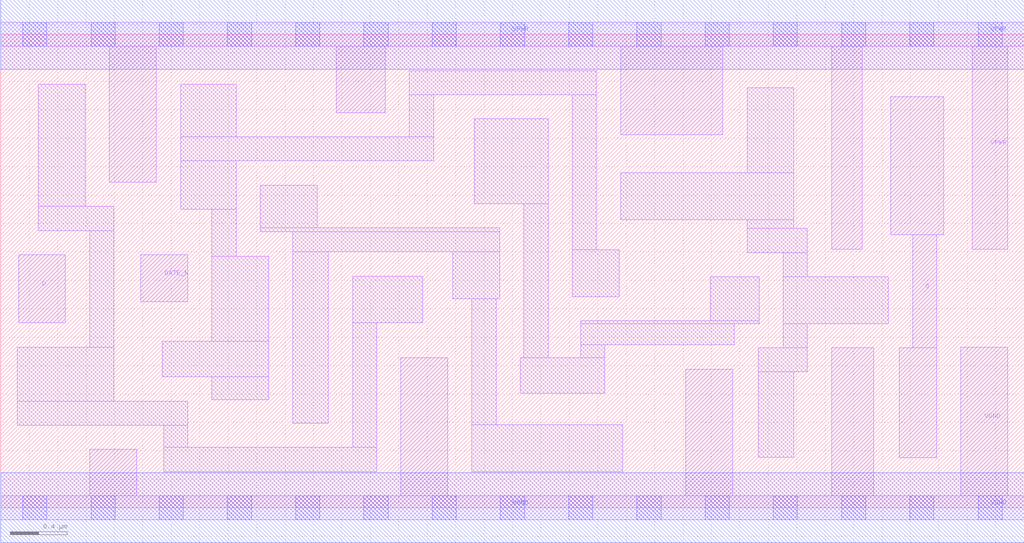
<source format=lef>
# Copyright 2020 The SkyWater PDK Authors
#
# Licensed under the Apache License, Version 2.0 (the "License");
# you may not use this file except in compliance with the License.
# You may obtain a copy of the License at
#
#     https://www.apache.org/licenses/LICENSE-2.0
#
# Unless required by applicable law or agreed to in writing, software
# distributed under the License is distributed on an "AS IS" BASIS,
# WITHOUT WARRANTIES OR CONDITIONS OF ANY KIND, either express or implied.
# See the License for the specific language governing permissions and
# limitations under the License.
#
# SPDX-License-Identifier: Apache-2.0

VERSION 5.7 ;
  NAMESCASESENSITIVE ON ;
  NOWIREEXTENSIONATPIN ON ;
  DIVIDERCHAR "/" ;
  BUSBITCHARS "[]" ;
UNITS
  DATABASE MICRONS 200 ;
END UNITS
MACRO sky130_fd_sc_hs__dlxtn_2
  CLASS CORE ;
  SOURCE USER ;
  FOREIGN sky130_fd_sc_hs__dlxtn_2 ;
  ORIGIN  0.000000  0.000000 ;
  SIZE  7.200000 BY  3.330000 ;
  SYMMETRY X Y ;
  SITE unit ;
  PIN D
    ANTENNAGATEAREA  0.208500 ;
    DIRECTION INPUT ;
    USE SIGNAL ;
    PORT
      LAYER li1 ;
        RECT 0.125000 1.300000 0.455000 1.780000 ;
    END
  END D
  PIN Q
    ANTENNADIFFAREA  0.638000 ;
    DIRECTION OUTPUT ;
    USE SIGNAL ;
    PORT
      LAYER li1 ;
        RECT 6.260000 1.920000 6.635000 2.890000 ;
        RECT 6.320000 0.350000 6.585000 1.125000 ;
        RECT 6.415000 1.125000 6.585000 1.920000 ;
    END
  END Q
  PIN GATE_N
    ANTENNAGATEAREA  0.237000 ;
    DIRECTION INPUT ;
    USE CLOCK ;
    PORT
      LAYER li1 ;
        RECT 0.985000 1.450000 1.315000 1.780000 ;
    END
  END GATE_N
  PIN VGND
    DIRECTION INOUT ;
    USE GROUND ;
    PORT
      LAYER li1 ;
        RECT 0.000000 -0.085000 7.200000 0.085000 ;
        RECT 0.625000  0.085000 0.955000 0.410000 ;
        RECT 2.815000  0.085000 3.145000 1.055000 ;
        RECT 4.820000  0.085000 5.150000 0.975000 ;
        RECT 5.845000  0.085000 6.140000 1.125000 ;
        RECT 6.755000  0.085000 7.085000 1.130000 ;
      LAYER mcon ;
        RECT 0.155000 -0.085000 0.325000 0.085000 ;
        RECT 0.635000 -0.085000 0.805000 0.085000 ;
        RECT 1.115000 -0.085000 1.285000 0.085000 ;
        RECT 1.595000 -0.085000 1.765000 0.085000 ;
        RECT 2.075000 -0.085000 2.245000 0.085000 ;
        RECT 2.555000 -0.085000 2.725000 0.085000 ;
        RECT 3.035000 -0.085000 3.205000 0.085000 ;
        RECT 3.515000 -0.085000 3.685000 0.085000 ;
        RECT 3.995000 -0.085000 4.165000 0.085000 ;
        RECT 4.475000 -0.085000 4.645000 0.085000 ;
        RECT 4.955000 -0.085000 5.125000 0.085000 ;
        RECT 5.435000 -0.085000 5.605000 0.085000 ;
        RECT 5.915000 -0.085000 6.085000 0.085000 ;
        RECT 6.395000 -0.085000 6.565000 0.085000 ;
        RECT 6.875000 -0.085000 7.045000 0.085000 ;
      LAYER met1 ;
        RECT 0.000000 -0.245000 7.200000 0.245000 ;
    END
  END VGND
  PIN VPWR
    DIRECTION INOUT ;
    USE POWER ;
    PORT
      LAYER li1 ;
        RECT 0.000000 3.245000 7.200000 3.415000 ;
        RECT 0.765000 2.290000 1.095000 3.245000 ;
        RECT 2.360000 2.780000 2.705000 3.245000 ;
        RECT 4.360000 2.625000 5.080000 3.245000 ;
        RECT 5.845000 1.820000 6.060000 3.245000 ;
        RECT 6.835000 1.820000 7.085000 3.245000 ;
      LAYER mcon ;
        RECT 0.155000 3.245000 0.325000 3.415000 ;
        RECT 0.635000 3.245000 0.805000 3.415000 ;
        RECT 1.115000 3.245000 1.285000 3.415000 ;
        RECT 1.595000 3.245000 1.765000 3.415000 ;
        RECT 2.075000 3.245000 2.245000 3.415000 ;
        RECT 2.555000 3.245000 2.725000 3.415000 ;
        RECT 3.035000 3.245000 3.205000 3.415000 ;
        RECT 3.515000 3.245000 3.685000 3.415000 ;
        RECT 3.995000 3.245000 4.165000 3.415000 ;
        RECT 4.475000 3.245000 4.645000 3.415000 ;
        RECT 4.955000 3.245000 5.125000 3.415000 ;
        RECT 5.435000 3.245000 5.605000 3.415000 ;
        RECT 5.915000 3.245000 6.085000 3.415000 ;
        RECT 6.395000 3.245000 6.565000 3.415000 ;
        RECT 6.875000 3.245000 7.045000 3.415000 ;
      LAYER met1 ;
        RECT 0.000000 3.085000 7.200000 3.575000 ;
    END
  END VPWR
  OBS
    LAYER li1 ;
      RECT 0.115000 0.580000 1.315000 0.750000 ;
      RECT 0.115000 0.750000 0.795000 1.130000 ;
      RECT 0.265000 1.950000 0.795000 2.120000 ;
      RECT 0.265000 2.120000 0.595000 2.980000 ;
      RECT 0.625000 1.130000 0.795000 1.950000 ;
      RECT 1.135000 0.920000 1.885000 1.170000 ;
      RECT 1.145000 0.255000 2.645000 0.425000 ;
      RECT 1.145000 0.425000 1.315000 0.580000 ;
      RECT 1.265000 2.100000 1.655000 2.440000 ;
      RECT 1.265000 2.440000 3.045000 2.610000 ;
      RECT 1.265000 2.610000 1.655000 2.980000 ;
      RECT 1.485000 0.760000 1.885000 0.920000 ;
      RECT 1.485000 1.170000 1.885000 1.770000 ;
      RECT 1.485000 1.770000 1.655000 2.100000 ;
      RECT 1.825000 1.940000 3.510000 1.970000 ;
      RECT 1.825000 1.970000 2.225000 2.270000 ;
      RECT 2.055000 0.595000 2.305000 1.800000 ;
      RECT 2.055000 1.800000 3.510000 1.940000 ;
      RECT 2.475000 0.425000 2.645000 1.300000 ;
      RECT 2.475000 1.300000 2.970000 1.630000 ;
      RECT 2.875000 2.610000 3.045000 2.905000 ;
      RECT 2.875000 2.905000 4.190000 3.075000 ;
      RECT 3.180000 1.470000 3.510000 1.800000 ;
      RECT 3.315000 0.255000 4.375000 0.585000 ;
      RECT 3.315000 0.585000 3.485000 1.470000 ;
      RECT 3.330000 2.140000 3.850000 2.735000 ;
      RECT 3.655000 0.805000 4.250000 1.055000 ;
      RECT 3.680000 1.055000 3.850000 2.140000 ;
      RECT 4.020000 1.485000 4.350000 1.815000 ;
      RECT 4.020000 1.815000 4.190000 2.905000 ;
      RECT 4.080000 1.055000 4.250000 1.145000 ;
      RECT 4.080000 1.145000 5.160000 1.295000 ;
      RECT 4.080000 1.295000 5.335000 1.315000 ;
      RECT 4.360000 2.025000 5.580000 2.355000 ;
      RECT 4.990000 1.315000 5.335000 1.625000 ;
      RECT 5.250000 1.795000 5.675000 1.965000 ;
      RECT 5.250000 1.965000 5.580000 2.025000 ;
      RECT 5.250000 2.355000 5.580000 2.955000 ;
      RECT 5.330000 0.355000 5.580000 0.955000 ;
      RECT 5.330000 0.955000 5.675000 1.125000 ;
      RECT 5.505000 1.125000 5.675000 1.295000 ;
      RECT 5.505000 1.295000 6.245000 1.625000 ;
      RECT 5.505000 1.625000 5.675000 1.795000 ;
  END
END sky130_fd_sc_hs__dlxtn_2

</source>
